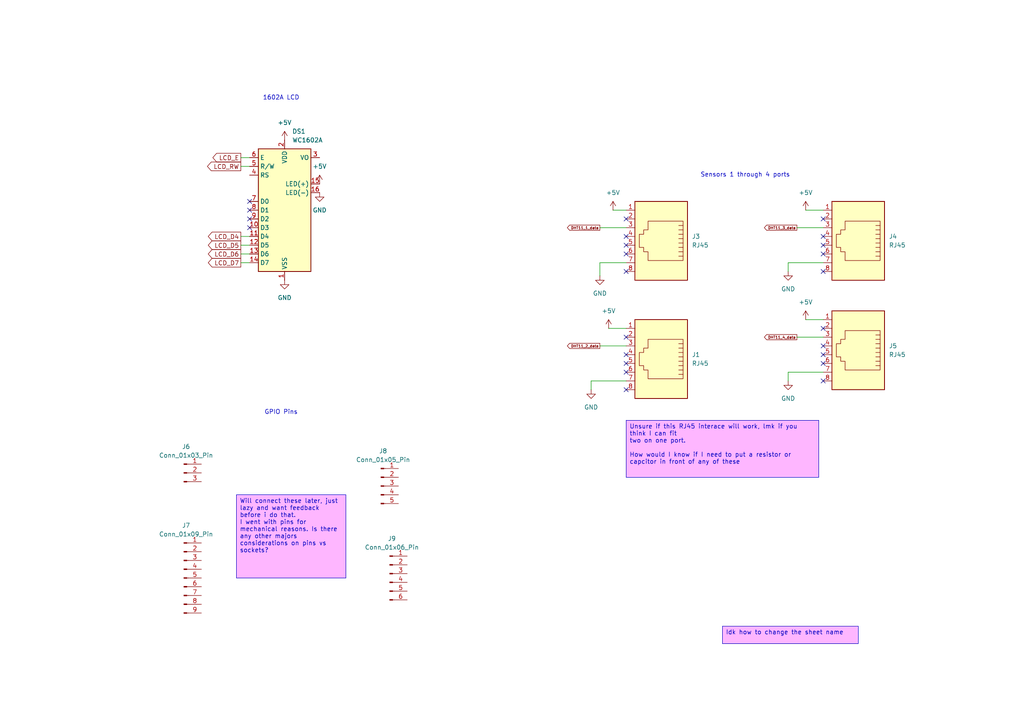
<source format=kicad_sch>
(kicad_sch (version 20231120) (generator "eeschema") (generator_version "8.0")
  (paper "A4")
  (title_block (title "SnakeTank") (rev "A"))
  (lib_symbols
    (symbol "Connector:Conn_01x03_Pin" (pin_names (offset 1.016) hide)
      (property "Reference" "J" (at 0 5.08 0))
      (property "Value" "Conn_01x03_Pin" (at 0 -5.08 0))
      (symbol "Conn_01x03_Pin_1_1"
        (polyline (pts (xy 1.27 -2.54) (xy 0.8636 -2.54)) (stroke (width 0.1524)))
        (polyline (pts (xy 1.27 0) (xy 0.8636 0)) (stroke (width 0.1524)))
        (polyline (pts (xy 1.27 2.54) (xy 0.8636 2.54)) (stroke (width 0.1524)))
        (rectangle (start 0.8636 -2.413) (end 0 -2.667) (stroke (width 0.1524)) (fill (type outline)))
        (rectangle (start 0.8636 0.127) (end 0 -0.127) (stroke (width 0.1524)) (fill (type outline)))
        (rectangle (start 0.8636 2.667) (end 0 2.413) (stroke (width 0.1524)) (fill (type outline)))
        (pin passive line (at 5.08 2.54 180) (length 3.81) (name "Pin_1") (number "1"))
        (pin passive line (at 5.08 0 180) (length 3.81) (name "Pin_2") (number "2"))
        (pin passive line (at 5.08 -2.54 180) (length 3.81) (name "Pin_3") (number "3"))
      )
    )
    (symbol "Connector:Conn_01x05_Pin" (pin_names (offset 1.016) hide)
      (property "Reference" "J" (at 0 7.62 0))
      (property "Value" "Conn_01x05_Pin" (at 0 -7.62 0))
      (symbol "Conn_01x05_Pin_1_1"
        (polyline (pts (xy 1.27 -5.08) (xy 0.8636 -5.08)) (stroke (width 0.1524)))
        (polyline (pts (xy 1.27 -2.54) (xy 0.8636 -2.54)) (stroke (width 0.1524)))
        (polyline (pts (xy 1.27 0) (xy 0.8636 0)) (stroke (width 0.1524)))
        (polyline (pts (xy 1.27 2.54) (xy 0.8636 2.54)) (stroke (width 0.1524)))
        (polyline (pts (xy 1.27 5.08) (xy 0.8636 5.08)) (stroke (width 0.1524)))
        (rectangle (start 0.8636 -4.953) (end 0 -5.207) (stroke (width 0.1524)) (fill (type outline)))
        (rectangle (start 0.8636 -2.413) (end 0 -2.667) (stroke (width 0.1524)) (fill (type outline)))
        (rectangle (start 0.8636 0.127) (end 0 -0.127) (stroke (width 0.1524)) (fill (type outline)))
        (rectangle (start 0.8636 2.667) (end 0 2.413) (stroke (width 0.1524)) (fill (type outline)))
        (rectangle (start 0.8636 5.207) (end 0 4.953) (stroke (width 0.1524)) (fill (type outline)))
        (pin passive line (at 5.08 5.08 180) (length 3.81) (name "Pin_1") (number "1"))
        (pin passive line (at 5.08 2.54 180) (length 3.81) (name "Pin_2") (number "2"))
        (pin passive line (at 5.08 0 180) (length 3.81) (name "Pin_3") (number "3"))
        (pin passive line (at 5.08 -2.54 180) (length 3.81) (name "Pin_4") (number "4"))
        (pin passive line (at 5.08 -5.08 180) (length 3.81) (name "Pin_5") (number "5"))
      )
    )
    (symbol "Connector:Conn_01x06_Pin" (pin_names (offset 1.016) hide)
      (property "Reference" "J" (at 0 7.62 0))
      (property "Value" "Conn_01x06_Pin" (at 0 -10.16 0))
      (symbol "Conn_01x06_Pin_1_1"
        (polyline (pts (xy 1.27 -7.62) (xy 0.8636 -7.62)) (stroke (width 0.1524)))
        (polyline (pts (xy 1.27 -5.08) (xy 0.8636 -5.08)) (stroke (width 0.1524)))
        (polyline (pts (xy 1.27 -2.54) (xy 0.8636 -2.54)) (stroke (width 0.1524)))
        (polyline (pts (xy 1.27 0) (xy 0.8636 0)) (stroke (width 0.1524)))
        (polyline (pts (xy 1.27 2.54) (xy 0.8636 2.54)) (stroke (width 0.1524)))
        (polyline (pts (xy 1.27 5.08) (xy 0.8636 5.08)) (stroke (width 0.1524)))
        (rectangle (start 0.8636 -7.493) (end 0 -7.747) (stroke (width 0.1524)) (fill (type outline)))
        (rectangle (start 0.8636 -4.953) (end 0 -5.207) (stroke (width 0.1524)) (fill (type outline)))
        (rectangle (start 0.8636 -2.413) (end 0 -2.667) (stroke (width 0.1524)) (fill (type outline)))
        (rectangle (start 0.8636 0.127) (end 0 -0.127) (stroke (width 0.1524)) (fill (type outline)))
        (rectangle (start 0.8636 2.667) (end 0 2.413) (stroke (width 0.1524)) (fill (type outline)))
        (rectangle (start 0.8636 5.207) (end 0 4.953) (stroke (width 0.1524)) (fill (type outline)))
        (pin passive line (at 5.08 5.08 180) (length 3.81) (name "Pin_1") (number "1"))
        (pin passive line (at 5.08 2.54 180) (length 3.81) (name "Pin_2") (number "2"))
        (pin passive line (at 5.08 0 180) (length 3.81) (name "Pin_3") (number "3"))
        (pin passive line (at 5.08 -2.54 180) (length 3.81) (name "Pin_4") (number "4"))
        (pin passive line (at 5.08 -5.08 180) (length 3.81) (name "Pin_5") (number "5"))
        (pin passive line (at 5.08 -7.62 180) (length 3.81) (name "Pin_6") (number "6"))
      )
    )
    (symbol "Connector:Conn_01x09_Pin" (pin_names (offset 1.016) hide)
      (property "Reference" "J" (at 0 12.7 0))
      (property "Value" "Conn_01x09_Pin" (at 0 -12.7 0))
      (symbol "Conn_01x09_Pin_1_1"
        (polyline (pts (xy 1.27 -10.16) (xy 0.8636 -10.16)) (stroke (width 0.1524)))
        (polyline (pts (xy 1.27 -7.62) (xy 0.8636 -7.62)) (stroke (width 0.1524)))
        (polyline (pts (xy 1.27 -5.08) (xy 0.8636 -5.08)) (stroke (width 0.1524)))
        (polyline (pts (xy 1.27 -2.54) (xy 0.8636 -2.54)) (stroke (width 0.1524)))
        (polyline (pts (xy 1.27 0) (xy 0.8636 0)) (stroke (width 0.1524)))
        (polyline (pts (xy 1.27 2.54) (xy 0.8636 2.54)) (stroke (width 0.1524)))
        (polyline (pts (xy 1.27 5.08) (xy 0.8636 5.08)) (stroke (width 0.1524)))
        (polyline (pts (xy 1.27 7.62) (xy 0.8636 7.62)) (stroke (width 0.1524)))
        (polyline (pts (xy 1.27 10.16) (xy 0.8636 10.16)) (stroke (width 0.1524)))
        (rectangle (start 0.8636 -10.033) (end 0 -10.287) (stroke (width 0.1524)) (fill (type outline)))
        (rectangle (start 0.8636 -7.493) (end 0 -7.747) (stroke (width 0.1524)) (fill (type outline)))
        (rectangle (start 0.8636 -4.953) (end 0 -5.207) (stroke (width 0.1524)) (fill (type outline)))
        (rectangle (start 0.8636 -2.413) (end 0 -2.667) (stroke (width 0.1524)) (fill (type outline)))
        (rectangle (start 0.8636 0.127) (end 0 -0.127) (stroke (width 0.1524)) (fill (type outline)))
        (rectangle (start 0.8636 2.667) (end 0 2.413) (stroke (width 0.1524)) (fill (type outline)))
        (rectangle (start 0.8636 5.207) (end 0 4.953) (stroke (width 0.1524)) (fill (type outline)))
        (rectangle (start 0.8636 7.747) (end 0 7.493) (stroke (width 0.1524)) (fill (type outline)))
        (rectangle (start 0.8636 10.287) (end 0 10.033) (stroke (width 0.1524)) (fill (type outline)))
        (pin passive line (at 5.08 10.16 180) (length 3.81) (name "Pin_1") (number "1"))
        (pin passive line (at 5.08 7.62 180) (length 3.81) (name "Pin_2") (number "2"))
        (pin passive line (at 5.08 5.08 180) (length 3.81) (name "Pin_3") (number "3"))
        (pin passive line (at 5.08 2.54 180) (length 3.81) (name "Pin_4") (number "4"))
        (pin passive line (at 5.08 0 180) (length 3.81) (name "Pin_5") (number "5"))
        (pin passive line (at 5.08 -2.54 180) (length 3.81) (name "Pin_6") (number "6"))
        (pin passive line (at 5.08 -5.08 180) (length 3.81) (name "Pin_7") (number "7"))
        (pin passive line (at 5.08 -7.62 180) (length 3.81) (name "Pin_8") (number "8"))
        (pin passive line (at 5.08 -10.16 180) (length 3.81) (name "Pin_9") (number "9"))
      )
    )
    (symbol "Connector:RJ45" (pin_names (offset 1.016))
      (property "Reference" "J" (at -5.08 13.97 0))
      (property "Value" "RJ45" (at 2.54 13.97 0))
      (symbol "RJ45_0_1"
        (polyline (pts (xy -5.08 4.445) (xy -6.35 4.445)))
        (polyline (pts (xy -5.08 5.715) (xy -6.35 5.715)))
        (polyline (pts (xy -6.35 -3.175) (xy -5.08 -3.175) (xy -5.08 -3.175)))
        (polyline (pts (xy -6.35 -1.905) (xy -5.08 -1.905) (xy -5.08 -1.905)))
        (polyline (pts (xy -6.35 -0.635) (xy -5.08 -0.635) (xy -5.08 -0.635)))
        (polyline (pts (xy -6.35 0.635) (xy -5.08 0.635) (xy -5.08 0.635)))
        (polyline (pts (xy -6.35 1.905) (xy -5.08 1.905) (xy -5.08 1.905)))
        (polyline (pts (xy -5.08 3.175) (xy -6.35 3.175) (xy -6.35 3.175)))
        (polyline (pts (xy -6.35 -4.445) (xy -6.35 6.985) (xy 3.81 6.985) (xy 3.81 4.445) (xy 5.08 4.445) (xy 5.08 3.175) (xy 6.35 3.175) (xy 6.35 -0.635) (xy 5.08 -0.635) (xy 5.08 -1.905) (xy 3.81 -1.905) (xy 3.81 -4.445) (xy -6.35 -4.445) (xy -6.35 -4.445)))
        (rectangle (start 7.62 12.7) (end -7.62 -10.16) (stroke (width 0.254)) (fill (type background)))
      )
      (symbol "RJ45_1_1"
        (pin passive line (at 10.16 -7.62 180) (length 2.54) (name "~") (number "1"))
        (pin passive line (at 10.16 -5.08 180) (length 2.54) (name "~") (number "2"))
        (pin passive line (at 10.16 -2.54 180) (length 2.54) (name "~") (number "3"))
        (pin passive line (at 10.16 0 180) (length 2.54) (name "~") (number "4"))
        (pin passive line (at 10.16 2.54 180) (length 2.54) (name "~") (number "5"))
        (pin passive line (at 10.16 5.08 180) (length 2.54) (name "~") (number "6"))
        (pin passive line (at 10.16 7.62 180) (length 2.54) (name "~") (number "7"))
        (pin passive line (at 10.16 10.16 180) (length 2.54) (name "~") (number "8"))
      )
    )
    (symbol "Display_Character:WC1602A"
      (property "Reference" "DS" (at -5.842 19.05 0))
      (property "Value" "WC1602A" (at 5.334 19.05 0))
      (symbol "WC1602A_1_1"
        (rectangle (start -7.62 17.78) (end 7.62 -17.78) (stroke (width 0.254)) (fill (type background)))
        (pin power_in line (at 0 -20.32 90) (length 2.54) (name "VSS") (number "1"))
        (pin input line (at -10.16 -5.08 0) (length 2.54) (name "D3") (number "10"))
        (pin input line (at -10.16 -7.62 0) (length 2.54) (name "D4") (number "11"))
        (pin input line (at -10.16 -10.16 0) (length 2.54) (name "D5") (number "12"))
        (pin input line (at -10.16 -12.7 0) (length 2.54) (name "D6") (number "13"))
        (pin input line (at -10.16 -15.24 0) (length 2.54) (name "D7") (number "14"))
        (pin power_in line (at 10.16 7.62 180) (length 2.54) (name "LED(+)") (number "15"))
        (pin power_in line (at 10.16 5.08 180) (length 2.54) (name "LED(-)") (number "16"))
        (pin power_in line (at 0 20.32 270) (length 2.54) (name "VDD") (number "2"))
        (pin input line (at 10.16 15.24 180) (length 2.54) (name "VO") (number "3"))
        (pin input line (at -10.16 10.16 0) (length 2.54) (name "RS") (number "4"))
        (pin input line (at -10.16 12.7 0) (length 2.54) (name "R/W") (number "5"))
        (pin input line (at -10.16 15.24 0) (length 2.54) (name "E") (number "6"))
        (pin input line (at -10.16 2.54 0) (length 2.54) (name "D0") (number "7"))
        (pin input line (at -10.16 0 0) (length 2.54) (name "D1") (number "8"))
        (pin input line (at -10.16 -2.54 0) (length 2.54) (name "D2") (number "9"))
      )
    )
    (symbol "power:+5V" (power) (pin_numbers hide) (pin_names (offset 0) hide)
      (property "Value" "+5V" (at 0 3.556 0))
      (symbol "+5V_0_1"
        (polyline (pts (xy -0.762 1.27) (xy 0 2.54)))
        (polyline (pts (xy 0 0) (xy 0 2.54)))
        (polyline (pts (xy 0 2.54) (xy 0.762 1.27)))
      )
      (symbol "+5V_1_1"
        (pin power_in line (at 0 0 90) (length 0) (name "~") (number "1"))
      )
    )
    (symbol "power:GND" (power) (pin_numbers hide) (pin_names (offset 0) hide)
      (property "Value" "GND" (at 0 -3.81 0))
      (symbol "GND_0_1"
        (polyline (pts (xy 0 0) (xy 0 -1.27) (xy 1.27 -1.27) (xy 0 -2.54) (xy -1.27 -1.27) (xy 0 -1.27)))
      )
      (symbol "GND_1_1"
        (pin power_in line (at 0 0 270) (length 0) (name "~") (number "1"))
      )
    )
  )
  (no_connect (at 181.61 73.66))
  (no_connect (at 181.61 105.41))
  (no_connect (at 72.39 63.5))
  (no_connect (at 181.61 113.03))
  (no_connect (at 238.76 100.33))
  (no_connect (at 181.61 97.79))
  (no_connect (at 181.61 102.87))
  (no_connect (at 238.76 110.49))
  (no_connect (at 181.61 63.5))
  (no_connect (at 181.61 107.95))
  (no_connect (at 238.76 95.25))
  (no_connect (at 238.76 63.5))
  (no_connect (at 72.39 60.96))
  (no_connect (at 238.76 73.66))
  (no_connect (at 238.76 105.41))
  (no_connect (at 238.76 102.87))
  (no_connect (at 72.39 66.04))
  (no_connect (at 181.61 78.74))
  (no_connect (at 181.61 68.58))
  (no_connect (at 181.61 71.12))
  (no_connect (at 238.76 71.12))
  (no_connect (at 72.39 58.42))
  (no_connect (at 238.76 78.74))
  (no_connect (at 238.76 68.58))
  (wire (pts (xy 228.6 110.49) (xy 228.6 107.95)))
  (wire (pts (xy 69.85 68.58) (xy 72.39 68.58)))
  (wire (pts (xy 176.53 95.25) (xy 181.61 95.25)))
  (wire (pts (xy 69.85 73.66) (xy 72.39 73.66)))
  (wire (pts (xy 173.99 100.33) (xy 181.61 100.33)))
  (wire (pts (xy 171.45 113.03) (xy 171.45 110.49)))
  (wire (pts (xy 69.85 48.26) (xy 72.39 48.26)))
  (wire (pts (xy 233.68 92.71) (xy 238.76 92.71)))
  (wire (pts (xy 69.85 76.2) (xy 72.39 76.2)))
  (wire (pts (xy 233.68 60.96) (xy 238.76 60.96)))
  (wire (pts (xy 177.8 60.96) (xy 181.61 60.96)))
  (wire (pts (xy 173.99 76.2) (xy 181.61 76.2)))
  (wire (pts (xy 228.6 76.2) (xy 228.6 78.74)))
  (wire (pts (xy 173.99 80.01) (xy 173.99 76.2)))
  (wire (pts (xy 171.45 110.49) (xy 181.61 110.49)))
  (wire (pts (xy 69.85 71.12) (xy 72.39 71.12)))
  (wire (pts (xy 231.14 97.79) (xy 238.76 97.79)))
  (wire (pts (xy 231.14 66.04) (xy 238.76 66.04)))
  (wire (pts (xy 181.61 66.04) (xy 173.99 66.04)))
  (wire (pts (xy 228.6 107.95) (xy 238.76 107.95)))
  (wire (pts (xy 238.76 76.2) (xy 228.6 76.2)))
  (wire (pts (xy 69.85 45.72) (xy 72.39 45.72)))
  (text_box "Will connect these later, just lazy and want feedback before i do that.\nI went with pins for mechanical reasons. Is there any other majors considerations on pins vs sockets?" (at 68.58 143.51 0) (size 31.75 24.13) (fill (type color) (color 254 182 255 1)) (effects (font (size 1.27 1.27)) (justify left top)))
  (text_box "Idk how to change the sheet name" (at 209.55 181.61 0) (size 39.37 5.08) (fill (type color) (color 254 182 255 1)) (effects (font (size 1.27 1.27)) (justify left top)))
  (text_box "Unsure if this RJ45 interace will work, lmk if you think I can fit\ntwo on one port.\n\nHow would I know if I need to put a resistor or capcitor in front of any of these" (at 181.61 121.92 0) (size 55.88 16.51) (fill (type color) (color 254 182 255 1)) (effects (font (size 1.27 1.27)) (justify left top)))
  (text "GPIO Pins" (at 81.534 119.634 0) (effects (font (size 1.27 1.27))))
  (text "Sensors 1 through 4 ports" (at 216.154 50.8 0) (effects (font (size 1.27 1.27))))
  (text "1602A LCD" (at 81.534 28.448 0) (effects (font (size 1.27 1.27))))
  (global_label "LCD_E" (shape output) (at 69.85 45.72 180) (property "Intersheetrefs" "${INTERSHEET_REFS}" (effects (hide yes))))
  (global_label "DHT11_1_data" (shape output) (at 173.99 66.04 180) (effects (font (size 0.762 0.762))) (property "Intersheetrefs" "${INTERSHEET_REFS}" (effects (hide yes))))
  (global_label "DHT11_3_data" (shape output) (at 231.14 66.04 180) (effects (font (size 0.762 0.762))) (property "Intersheetrefs" "${INTERSHEET_REFS}" (effects (hide yes))))
  (global_label "LCD_D6" (shape output) (at 69.85 73.66 180) (property "Intersheetrefs" "${INTERSHEET_REFS}" (effects (hide yes))))
  (global_label "LCD_D5" (shape output) (at 69.85 71.12 180) (property "Intersheetrefs" "${INTERSHEET_REFS}" (effects (hide yes))))
  (global_label "DHT11_2_data" (shape output) (at 173.99 100.33 180) (effects (font (size 0.762 0.762))) (property "Intersheetrefs" "${INTERSHEET_REFS}" (effects (hide yes))))
  (global_label "LCD_RW" (shape output) (at 69.85 48.26 180) (property "Intersheetrefs" "${INTERSHEET_REFS}" (effects (hide yes))))
  (global_label "LCD_D7" (shape output) (at 69.85 76.2 180) (property "Intersheetrefs" "${INTERSHEET_REFS}" (effects (hide yes))))
  (global_label "DHT11_4_data" (shape output) (at 231.14 97.79 180) (effects (font (size 0.762 0.762))) (property "Intersheetrefs" "${INTERSHEET_REFS}" (effects (hide yes))))
  (global_label "LCD_D4" (shape output) (at 69.85 68.58 180) (property "Intersheetrefs" "${INTERSHEET_REFS}" (effects (hide yes))))
  (symbol (lib_id "Connector:RJ45") (at 248.92 68.58 180) (unit 1)
    (property "Reference" "J4" (at 257.81 68.5799 0) (effects (justify right)))
    (property "Value" "RJ45" (at 257.81 71.1199 0) (effects (justify right)))
    (property "Description" "RJ connector, 8P8C (8 positions 8 connected)" (effects (hide yes)))
  )
  (symbol (lib_id "Connector:RJ45") (at 191.77 68.58 180) (unit 1)
    (property "Reference" "J3" (at 200.66 68.5799 0) (effects (justify right)))
    (property "Value" "RJ45" (at 200.66 71.1199 0) (effects (justify right)))
    (property "Description" "RJ connector, 8P8C (8 positions 8 connected)" (effects (hide yes)))
  )
  (symbol (lib_id "Display_Character:WC1602A") (at 82.55 60.96 0) (unit 1)
    (property "Reference" "DS1" (at 84.7441 38.1 0) (effects (justify left)))
    (property "Value" "WC1602A" (at 84.7441 40.64 0) (effects (justify left)))
    (property "Footprint" "Display:WC1602A" (effects (hide yes)))
    (property "Datasheet" "http://www.wincomlcd.com/pdf/WC1602A-SFYLYHTC06.pdf" (effects (hide yes)))
    (property "Description" "LCD 16x2 Alphanumeric , 8 bit parallel bus, 5V VDD" (effects (hide yes)))
  )
  (symbol (lib_id "power:+5V") (at 177.8 60.96 0) (unit 1)
    (property "Reference" "#PWR026" (effects (hide yes)))
    (property "Value" "+5V" (at 177.8 55.88 0))
    (property "Description" "Power symbol creates a global label with name \"+5V\"" (effects (hide yes)))
  )
  (symbol (lib_id "Connector:RJ45") (at 248.92 100.33 180) (unit 1)
    (property "Reference" "J5" (at 257.81 100.3299 0) (effects (justify right)))
    (property "Value" "RJ45" (at 257.81 102.8699 0) (effects (justify right)))
    (property "Description" "RJ connector, 8P8C (8 positions 8 connected)" (effects (hide yes)))
  )
  (symbol (lib_id "Connector:Conn_01x09_Pin") (at 53.34 167.64 0) (unit 1)
    (property "Reference" "J7" (at 53.975 152.4 0))
    (property "Value" "Conn_01x09_Pin" (at 53.975 154.94 0))
    (property "Description" "Generic connector, single row, 01x09, script generated" (effects (hide yes)))
  )
  (symbol (lib_id "power:GND") (at 82.55 81.28 0) (unit 1)
    (property "Reference" "#PWR018" (effects (hide yes)))
    (property "Value" "GND" (at 82.55 86.36 0))
    (property "Description" "Power symbol creates a global label with name \"GND\" , ground" (effects (hide yes)))
  )
  (symbol (lib_id "power:+5V") (at 82.55 40.64 0) (unit 1)
    (property "Reference" "#PWR019" (effects (hide yes)))
    (property "Value" "+5V" (at 82.55 35.56 0))
    (property "Description" "Power symbol creates a global label with name \"+5V\"" (effects (hide yes)))
  )
  (symbol (lib_id "Connector:Conn_01x06_Pin") (at 113.03 166.37 0) (unit 1)
    (property "Reference" "J9" (at 113.665 156.21 0))
    (property "Value" "Conn_01x06_Pin" (at 113.665 158.75 0))
    (property "Description" "Generic connector, single row, 01x06, script generated" (effects (hide yes)))
  )
  (symbol (lib_id "power:GND") (at 171.45 113.03 0) (unit 1)
    (property "Reference" "#PWR029" (effects (hide yes)))
    (property "Value" "GND" (at 171.45 118.11 0))
    (property "Description" "Power symbol creates a global label with name \"GND\" , ground" (effects (hide yes)))
  )
  (symbol (lib_id "power:GND") (at 228.6 110.49 0) (unit 1)
    (property "Reference" "#PWR032" (effects (hide yes)))
    (property "Value" "GND" (at 228.6 115.57 0))
    (property "Description" "Power symbol creates a global label with name \"GND\" , ground" (effects (hide yes)))
  )
  (symbol (lib_id "Connector:Conn_01x03_Pin") (at 53.34 137.16 0) (unit 1)
    (property "Reference" "J6" (at 53.975 129.54 0))
    (property "Value" "Conn_01x03_Pin" (at 53.975 132.08 0))
    (property "Description" "Generic connector, single row, 01x03, script generated" (effects (hide yes)))
  )
  (symbol (lib_id "power:+5V") (at 233.68 92.71 0) (unit 1)
    (property "Reference" "#PWR033" (effects (hide yes)))
    (property "Value" "+5V" (at 233.68 87.63 0))
    (property "Description" "Power symbol creates a global label with name \"+5V\"" (effects (hide yes)))
  )
  (symbol (lib_id "Connector:RJ45") (at 191.77 102.87 180) (unit 1)
    (property "Reference" "J1" (at 200.66 102.8699 0) (effects (justify right)))
    (property "Value" "RJ45" (at 200.66 105.4099 0) (effects (justify right)))
    (property "Description" "RJ connector, 8P8C (8 positions 8 connected)" (effects (hide yes)))
  )
  (symbol (lib_id "power:+5V") (at 176.53 95.25 0) (unit 1)
    (property "Reference" "#PWR027" (effects (hide yes)))
    (property "Value" "+5V" (at 176.53 90.17 0))
    (property "Description" "Power symbol creates a global label with name \"+5V\"" (effects (hide yes)))
  )
  (symbol (lib_id "power:GND") (at 92.71 55.88 0) (unit 1)
    (property "Reference" "#PWR020" (effects (hide yes)))
    (property "Value" "GND" (at 92.71 60.96 0))
    (property "Description" "Power symbol creates a global label with name \"GND\" , ground" (effects (hide yes)))
  )
  (symbol (lib_id "power:+5V") (at 233.68 60.96 0) (unit 1)
    (property "Reference" "#PWR031" (effects (hide yes)))
    (property "Value" "+5V" (at 233.68 55.88 0))
    (property "Description" "Power symbol creates a global label with name \"+5V\"" (effects (hide yes)))
  )
  (symbol (lib_id "power:GND") (at 173.99 80.01 0) (unit 1)
    (property "Reference" "#PWR028" (effects (hide yes)))
    (property "Value" "GND" (at 173.99 85.09 0))
    (property "Description" "Power symbol creates a global label with name \"GND\" , ground" (effects (hide yes)))
  )
  (symbol (lib_id "power:GND") (at 228.6 78.74 0) (unit 1)
    (property "Reference" "#PWR030" (effects (hide yes)))
    (property "Value" "GND" (at 228.6 83.82 0))
    (property "Description" "Power symbol creates a global label with name \"GND\" , ground" (effects (hide yes)))
  )
  (symbol (lib_id "Connector:Conn_01x05_Pin") (at 110.49 140.97 0) (unit 1)
    (property "Reference" "J8" (at 111.125 130.81 0))
    (property "Value" "Conn_01x05_Pin" (at 111.125 133.35 0))
    (property "Description" "Generic connector, single row, 01x05, script generated" (effects (hide yes)))
  )
  (symbol (lib_id "power:+5V") (at 92.71 53.34 0) (unit 1)
    (property "Reference" "#PWR021" (effects (hide yes)))
    (property "Value" "+5V" (at 92.71 48.26 0))
    (property "Description" "Power symbol creates a global label with name \"+5V\"" (effects (hide yes)))
  )
)
</source>
